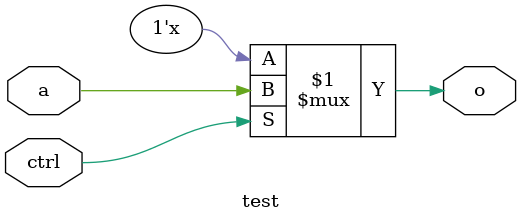
<source format=v>
module test (a, ctrl, o);
  input a, ctrl;
  output o;
  bufif1 (o, a, ctrl);
endmodule

</source>
